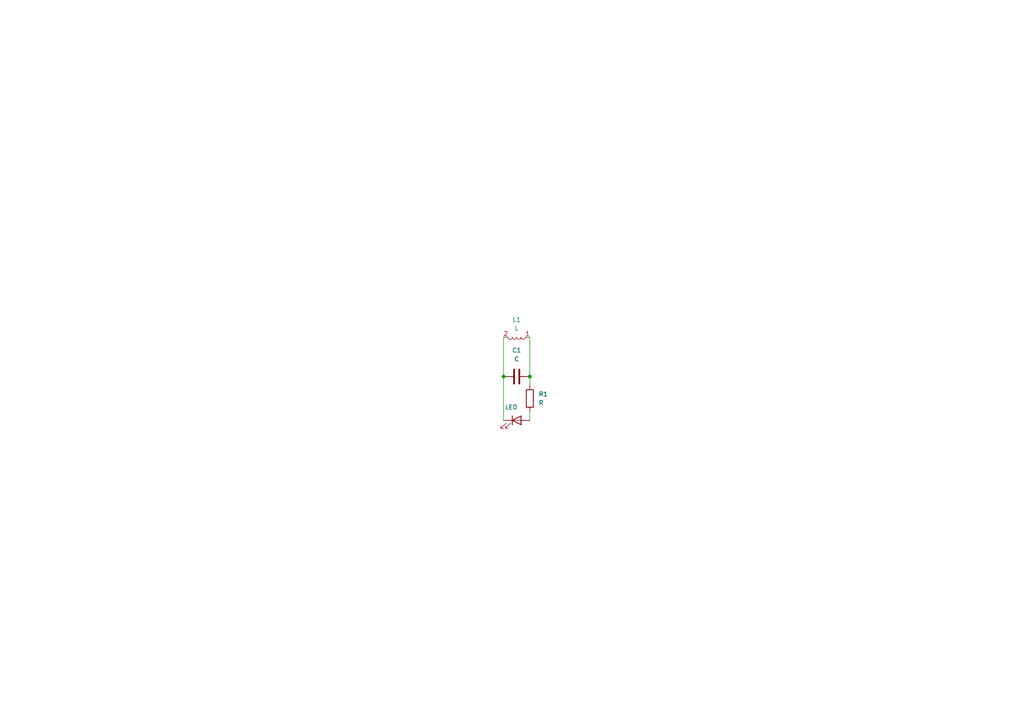
<source format=kicad_sch>
(kicad_sch (version 20250114) (generator "eeschema") (generator_version "9.0")
  (paper "A4")
  (lib_symbols
    (symbol "Device:C" (pin_numbers (hide yes)) (pin_names (offset 0.254))
      (property "Reference" "C" (at 0.635 2.54 0))
      (property "Value" "C" (at 0.635 -2.54 0))
      (symbol "C_0_1"
        (polyline (pts (xy -2.032 0.762) (xy 2.032 0.762)) (stroke (width 0.508)))
        (polyline (pts (xy -2.032 -0.762) (xy 2.032 -0.762)) (stroke (width 0.508)))
      )
      (symbol "C_1_1"
        (pin passive line (at 0 3.81 270) (length 2.794) (name "~") (number "1"))
        (pin passive line (at 0 -3.81 90) (length 2.794) (name "~") (number "2"))
      )
    )
    (symbol "Device:LED" (pin_numbers (hide yes)) (pin_names (offset 1.016) (hide yes))
      (property "Reference" "D" (at 0 2.54 0))
      (property "Value" "LED" (at 0 -2.54 0))
      (symbol "LED_0_1"
        (polyline (pts (xy -3.048 -0.762) (xy -4.572 -2.286) (xy -3.81 -2.286) (xy -4.572 -2.286) (xy -4.572 -1.524)))
        (polyline (pts (xy -1.778 -0.762) (xy -3.302 -2.286) (xy -2.54 -2.286) (xy -3.302 -2.286) (xy -3.302 -1.524)))
        (polyline (pts (xy -1.27 0) (xy 1.27 0)))
        (polyline (pts (xy -1.27 -1.27) (xy -1.27 1.27)) (stroke (width 0.254)))
        (polyline (pts (xy 1.27 -1.27) (xy 1.27 1.27) (xy -1.27 0) (xy 1.27 -1.27)) (stroke (width 0.254)))
      )
      (symbol "LED_1_1"
        (pin passive line (at -3.81 0 0) (length 2.54) (name "K") (number "1"))
        (pin passive line (at 3.81 0 180) (length 2.54) (name "A") (number "2"))
      )
    )
    (symbol "Device:R" (pin_numbers (hide yes)) (pin_names (offset 0))
      (property "Reference" "R" (at 2.032 0 90))
      (property "Value" "R" (at 0 0 90))
      (symbol "R_0_1"
        (rectangle (start -1.016 -2.54) (end 1.016 2.54) (stroke (width 0.254)))
      )
      (symbol "R_1_1"
        (pin passive line (at 0 3.81 270) (length 1.27) (name "~") (number "1"))
        (pin passive line (at 0 -3.81 90) (length 1.27) (name "~") (number "2"))
      )
    )
    (symbol "NFC_COIL_36.7x36.7_3uH:L" (pin_names (offset 1.016) (hide yes))
      (property "Reference" "L" (at 4.064 2.032 0))
      (property "Value" "L" (at -3.556 2.032 0))
      (symbol "L_0_1"
        (arc (start -1.27 0) (mid -1.905 -0.6323) (end -2.54 0))
        (arc (start 0 0) (mid -0.635 -0.6323) (end -1.27 0))
        (arc (start 1.27 0) (mid 0.635 -0.6323) (end 0 0))
        (arc (start 2.54 0) (mid 1.905 -0.6323) (end 1.27 0))
      )
      (symbol "L_1_1"
        (pin passive line (at -3.81 0 0) (length 1.27) (name "2") (number "2"))
        (pin passive line (at 3.81 0 180) (length 1.27) (name "1") (number "1"))
      )
    )
  )
  (junction (at 146.05 109.22))
  (junction (at 153.67 109.22))
  (wire (pts (xy 153.67 109.22) (xy 153.67 111.76)))
  (wire (pts (xy 153.67 119.38) (xy 153.67 121.92)))
  (wire (pts (xy 153.67 97.79) (xy 153.67 109.22)))
  (wire (pts (xy 146.05 109.22) (xy 146.05 121.92)))
  (wire (pts (xy 146.05 97.79) (xy 146.05 109.22)))
  (symbol (lib_id "NFC_COIL_36.7x36.7_3uH:L") (at 149.86 97.79 0) (unit 1)
    (property "Reference" "L1" (at 149.86 92.71 0))
    (property "Value" "L" (at 149.86 95.25 0))
    (property "Footprint" "lib:NFC_COIL_36.7x36.7_3uH" (effects (hide yes)))
    (property "Description" "NFC_COIL_36.7x36.7_3uH" (effects (hide yes)))
  )
  (symbol (lib_id "Device:LED") (at 149.86 121.92 0) (unit 1)
    (property "Reference" "D1" (effects (hide yes)))
    (property "Value" "LED" (at 148.2725 118.11 0))
    (property "Footprint" "LED_SMD:LED_0603_1608Metric_Pad1.05x0.95mm_HandSolder" (effects (hide yes)))
    (property "Description" "Light emitting diode" (effects (hide yes)))
    (property "Sim.Pins" "1=K 2=A" (effects (hide yes)))
  )
  (symbol (lib_id "Device:R") (at 153.67 115.57 0) (unit 1)
    (property "Reference" "R1" (at 156.21 114.2999 0) (effects (justify left)))
    (property "Value" "R" (at 156.21 116.8399 0) (effects (justify left)))
    (property "Footprint" "Resistor_SMD:R_0603_1608Metric_Pad0.98x0.95mm_HandSolder" (effects (hide yes)))
    (property "Description" "Resistor" (effects (hide yes)))
  )
  (symbol (lib_id "Device:C") (at 149.86 109.22 270) (unit 1)
    (property "Reference" "C1" (at 149.86 101.6 90))
    (property "Value" "C" (at 149.86 104.14 90))
    (property "Footprint" "Capacitor_SMD:C_0603_1608Metric_Pad1.08x0.95mm_HandSolder" (effects (hide yes)))
    (property "Description" "Unpolarized capacitor" (effects (hide yes)))
  )
)
</source>
